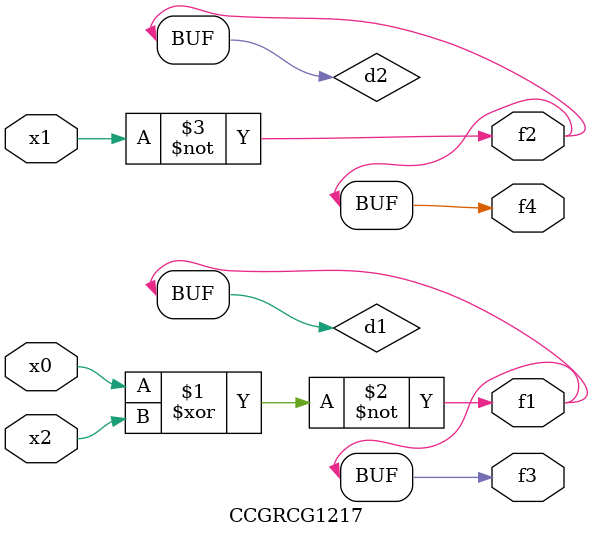
<source format=v>
module CCGRCG1217(
	input x0, x1, x2,
	output f1, f2, f3, f4
);

	wire d1, d2, d3;

	xnor (d1, x0, x2);
	nand (d2, x1);
	nor (d3, x1, x2);
	assign f1 = d1;
	assign f2 = d2;
	assign f3 = d1;
	assign f4 = d2;
endmodule

</source>
